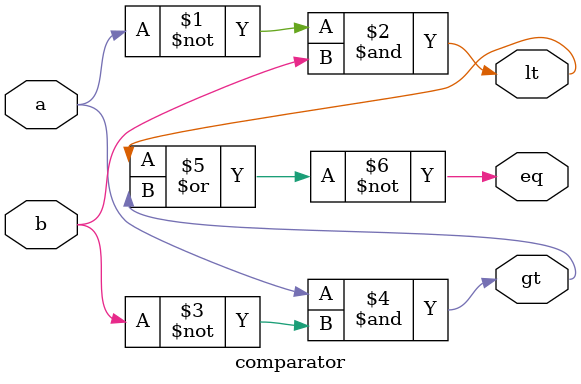
<source format=v>

/*
module comparator(a,b,lt,eq,gt);
	input a,b;
	output lt,eq,gt;

	assign lt = ~a&b;
	assign eq = ~(a^b);
	assign gt = a&~b;
endmodule   */

//-->b.Behavioural Model
/*
module comparator(a,b,lt,eq,gt);
	input a,b;
	output reg lt,eq,gt;
	
	always@(*) begin
		lt = ~a&b;
		eq = ~(a^b);
		gt = a&~b;
	end
endmodule
*/

//-->c.Structural Model
module comparator(a,b,lt,eq,gt);
	input a,b;
	output lt,eq,gt;
	
	and(lt,~a,b);
	and(gt,a,~b);
	nor(eq,lt,gt);
endmodule

</source>
